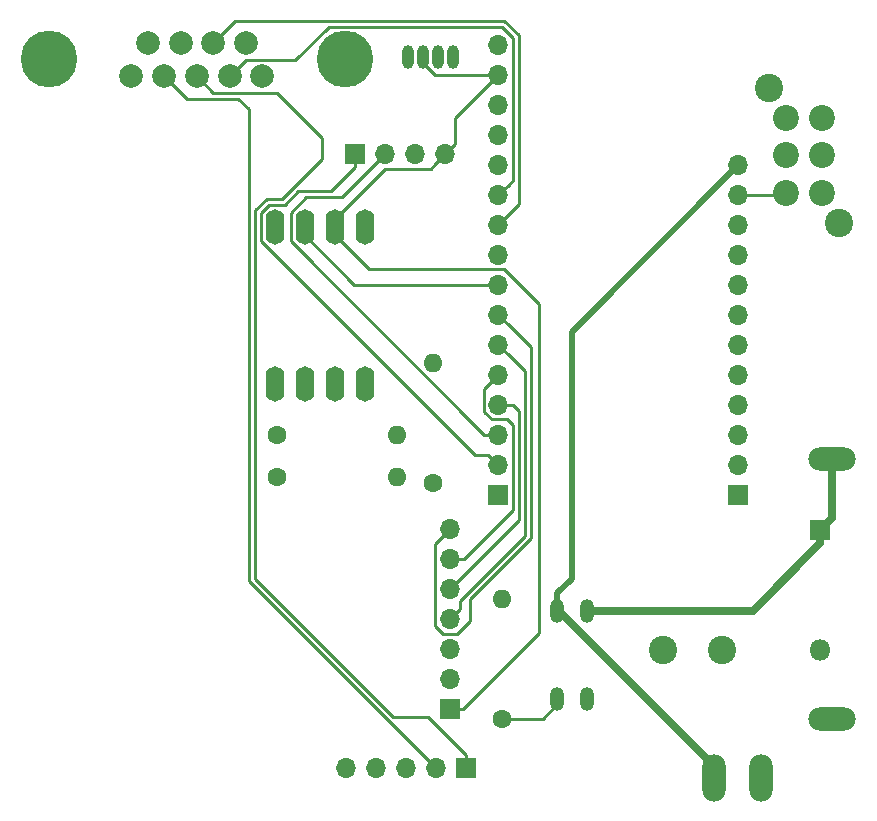
<source format=gbr>
G04 #@! TF.GenerationSoftware,KiCad,Pcbnew,5.1.4-e60b266~84~ubuntu18.04.1*
G04 #@! TF.CreationDate,2019-09-15T14:53:54+02:00*
G04 #@! TF.ProjectId,WaveGlideNG,57617665-476c-4696-9465-4e472e6b6963,rev?*
G04 #@! TF.SameCoordinates,Original*
G04 #@! TF.FileFunction,Copper,L1,Top*
G04 #@! TF.FilePolarity,Positive*
%FSLAX46Y46*%
G04 Gerber Fmt 4.6, Leading zero omitted, Abs format (unit mm)*
G04 Created by KiCad (PCBNEW 5.1.4-e60b266~84~ubuntu18.04.1) date 2019-09-15 14:53:54*
%MOMM*%
%LPD*%
G04 APERTURE LIST*
%ADD10R,1.700000X1.700000*%
%ADD11O,1.700000X1.700000*%
%ADD12C,2.200000*%
%ADD13C,2.400000*%
%ADD14C,2.000000*%
%ADD15C,4.800000*%
%ADD16O,1.000000X2.000000*%
%ADD17O,1.800000X1.800000*%
%ADD18R,1.800000X1.800000*%
%ADD19O,1.600000X1.600000*%
%ADD20C,1.600000*%
%ADD21O,1.200000X2.000000*%
%ADD22O,4.000000X2.000000*%
%ADD23O,1.600000X3.000000*%
%ADD24O,2.000000X4.000000*%
%ADD25C,0.250000*%
%ADD26C,0.700000*%
%ADD27C,0.500000*%
G04 APERTURE END LIST*
D10*
X117735000Y-120043400D03*
D11*
X117735000Y-117503400D03*
X117735000Y-114963400D03*
X117735000Y-112423400D03*
X117735000Y-109883400D03*
X117735000Y-107343400D03*
X117735000Y-104803400D03*
X117735000Y-102263400D03*
X117735000Y-99723400D03*
X117735000Y-97183400D03*
X117735000Y-94643400D03*
X117735000Y-92103400D03*
X117735000Y-89563400D03*
X117735000Y-87023400D03*
X117735000Y-84483400D03*
X117735000Y-81943400D03*
D10*
X138055000Y-120043400D03*
D11*
X138055000Y-117503400D03*
X138055000Y-114963400D03*
X138055000Y-112423400D03*
X138055000Y-109883400D03*
X138055000Y-107343400D03*
X138055000Y-104803400D03*
X138055000Y-102263400D03*
X138055000Y-99723400D03*
X138055000Y-97183400D03*
X138055000Y-94643400D03*
X138055000Y-92103400D03*
D10*
X113600000Y-138200000D03*
D11*
X113600000Y-135660000D03*
X113600000Y-133120000D03*
X113600000Y-130580000D03*
X113600000Y-128040000D03*
X113600000Y-125500000D03*
X113600000Y-122960000D03*
X113220000Y-91200000D03*
X110680000Y-91200000D03*
X108140000Y-91200000D03*
D10*
X105600000Y-91200000D03*
D11*
X104840000Y-143200000D03*
X107380000Y-143200000D03*
X109920000Y-143200000D03*
X112460000Y-143200000D03*
D10*
X115000000Y-143200000D03*
D12*
X142100000Y-94500000D03*
X142100000Y-91300000D03*
X142100000Y-88110000D03*
X145100000Y-94500000D03*
X145100000Y-91300000D03*
X145100000Y-88100000D03*
D13*
X140600000Y-85600000D03*
X146600000Y-97000000D03*
X131700000Y-133200000D03*
X136700000Y-133200000D03*
D14*
X86660000Y-84600000D03*
X89430000Y-84600000D03*
X92200000Y-84600000D03*
X94970000Y-84600000D03*
X97740000Y-84600000D03*
X88050000Y-81760000D03*
X90820000Y-81760000D03*
X93580000Y-81760000D03*
X96350000Y-81760000D03*
D15*
X79700000Y-83180000D03*
X104700000Y-83180000D03*
D16*
X110095000Y-83000000D03*
X111375000Y-83000000D03*
X112635000Y-83000000D03*
X113905000Y-83000000D03*
D17*
X145000000Y-133160000D03*
D18*
X145000000Y-123000000D03*
D19*
X109160000Y-115000000D03*
D20*
X99000000Y-115000000D03*
X99000000Y-118500000D03*
D19*
X109160000Y-118500000D03*
X112200000Y-108840000D03*
D20*
X112200000Y-119000000D03*
D19*
X118000000Y-128840000D03*
D20*
X118000000Y-139000000D03*
D21*
X122730000Y-129840000D03*
X122730000Y-137360000D03*
X125270000Y-129840000D03*
X125270000Y-137360000D03*
D22*
X146000000Y-117000000D03*
X146000000Y-139000000D03*
D23*
X106410000Y-110650000D03*
X106410000Y-97350000D03*
X103870000Y-110650000D03*
X103870000Y-97350000D03*
X101330000Y-110650000D03*
X101330000Y-97350000D03*
X98790000Y-110650000D03*
X98790000Y-97350000D03*
D24*
X136000000Y-144000000D03*
X140000000Y-144000000D03*
D25*
X103552906Y-94347094D02*
X100760028Y-94347094D01*
X105600000Y-92300000D02*
X103552906Y-94347094D01*
X98303295Y-95474990D02*
X97614990Y-96163295D01*
X100760028Y-94347094D02*
X99632131Y-95474989D01*
X97614990Y-96163295D02*
X97614990Y-98536705D01*
X116885001Y-116653401D02*
X117735000Y-117503400D01*
X115731686Y-116653401D02*
X116885001Y-116653401D01*
X105600000Y-91200000D02*
X105600000Y-92300000D01*
X97614990Y-98536705D02*
X115731686Y-116653401D01*
X99632131Y-95474989D02*
X98303295Y-95474990D01*
X116532919Y-114963400D02*
X117735000Y-114963400D01*
X101471183Y-94847102D02*
X100154990Y-96163295D01*
X100154990Y-96163295D02*
X100154990Y-98585471D01*
X104492898Y-94847102D02*
X101471183Y-94847102D01*
X100154990Y-98585471D02*
X116532919Y-114963400D01*
X108140000Y-91200000D02*
X104492898Y-94847102D01*
X113600000Y-128040000D02*
X119460010Y-122179990D01*
X118937081Y-112423400D02*
X117735000Y-112423400D01*
X119460010Y-122179990D02*
X119460010Y-112946329D01*
X119460010Y-112946329D02*
X118937081Y-112423400D01*
X116509999Y-113011401D02*
X116509999Y-111108401D01*
X114802081Y-125500000D02*
X118960001Y-121342080D01*
X113600000Y-125500000D02*
X114802081Y-125500000D01*
X118960001Y-121342080D02*
X118960001Y-114160001D01*
X116885001Y-110733399D02*
X117735000Y-109883400D01*
X118960001Y-114160001D02*
X118448401Y-113648401D01*
X118448401Y-113648401D02*
X117146999Y-113648401D01*
X117146999Y-113648401D02*
X116509999Y-113011401D01*
X116509999Y-111108401D02*
X116885001Y-110733399D01*
X119960021Y-109568421D02*
X118584999Y-108193399D01*
X113600000Y-130580000D02*
X114449999Y-129730001D01*
X114449999Y-129003003D02*
X119960021Y-123492981D01*
X114449999Y-129730001D02*
X114449999Y-129003003D01*
X119960021Y-123492981D02*
X119960021Y-109568421D01*
X118584999Y-108193399D02*
X117735000Y-107343400D01*
X112370001Y-92049999D02*
X113220000Y-91200000D01*
X108094999Y-92425001D02*
X111994999Y-92425001D01*
X103870000Y-96650000D02*
X108094999Y-92425001D01*
X111994999Y-92425001D02*
X112370001Y-92049999D01*
X103870000Y-97350000D02*
X103870000Y-96650000D01*
X116885001Y-85333399D02*
X117735000Y-84483400D01*
X114069999Y-88148401D02*
X116885001Y-85333399D01*
X114069999Y-90350001D02*
X114069999Y-88148401D01*
X113220000Y-91200000D02*
X114069999Y-90350001D01*
X111375000Y-83500000D02*
X111375000Y-83000000D01*
X112358400Y-84483400D02*
X111375000Y-83500000D01*
X117735000Y-84483400D02*
X112358400Y-84483400D01*
X113600000Y-138200000D02*
X114700000Y-138200000D01*
X121200000Y-131700000D02*
X121200000Y-103915398D01*
X121200000Y-103915398D02*
X118233003Y-100948401D01*
X114700000Y-138200000D02*
X121200000Y-131700000D01*
X118233003Y-100948401D02*
X106768401Y-100948401D01*
X103870000Y-98050000D02*
X103870000Y-97350000D01*
X106768401Y-100948401D02*
X103870000Y-98050000D01*
X122840000Y-129840000D02*
X122730000Y-129840000D01*
D26*
X136000000Y-143000000D02*
X122840000Y-129840000D01*
D25*
X136000000Y-144000000D02*
X136000000Y-143000000D01*
D27*
X122730000Y-128340000D02*
X122730000Y-129840000D01*
X123925010Y-106233390D02*
X123925010Y-127144990D01*
X138055000Y-92103400D02*
X123925010Y-106233390D01*
X123925010Y-127144990D02*
X122730000Y-128340000D01*
D25*
X118584999Y-105653399D02*
X117735000Y-104803400D01*
X120460032Y-123700091D02*
X120460032Y-107528432D01*
X113011999Y-131805001D02*
X114188001Y-131805001D01*
X113600000Y-122960000D02*
X112374999Y-124185001D01*
X112374999Y-124185001D02*
X112374999Y-131168001D01*
X112374999Y-131168001D02*
X113011999Y-131805001D01*
X115300000Y-128860124D02*
X120460032Y-123700091D01*
X115300000Y-130693002D02*
X115300000Y-128860124D01*
X114188001Y-131805001D02*
X115300000Y-130693002D01*
X120460032Y-107528432D02*
X118584999Y-105653399D01*
X116532919Y-102263400D02*
X117735000Y-102263400D01*
X105543400Y-102263400D02*
X116532919Y-102263400D01*
X101330000Y-98050000D02*
X105543400Y-102263400D01*
X101330000Y-97350000D02*
X101330000Y-98050000D01*
X118216709Y-79904985D02*
X95435015Y-79904985D01*
X94579999Y-80760001D02*
X93580000Y-81760000D01*
X119460012Y-95458388D02*
X119460012Y-81148288D01*
X95435015Y-79904985D02*
X94579999Y-80760001D01*
X119460012Y-81148288D02*
X118216709Y-79904985D01*
X117735000Y-97183400D02*
X119460012Y-95458388D01*
X118584999Y-93793401D02*
X117735000Y-94643400D01*
X118960001Y-93418399D02*
X118584999Y-93793401D01*
X118960001Y-81355399D02*
X118960001Y-93418399D01*
X118009601Y-80404999D02*
X118960001Y-81355399D01*
X103367999Y-80404999D02*
X118009601Y-80404999D01*
X94970000Y-84600000D02*
X96345001Y-83224999D01*
X100547999Y-83224999D02*
X103367999Y-80404999D01*
X96345001Y-83224999D02*
X100547999Y-83224999D01*
D26*
X146000000Y-122000000D02*
X145000000Y-123000000D01*
X146000000Y-117000000D02*
X146000000Y-122000000D01*
X145000000Y-124150000D02*
X145000000Y-123000000D01*
X139310000Y-129840000D02*
X145000000Y-124150000D01*
X125270000Y-129840000D02*
X139310000Y-129840000D01*
D25*
X122730000Y-137760000D02*
X122730000Y-137360000D01*
X121490000Y-139000000D02*
X122730000Y-137760000D01*
X118000000Y-139000000D02*
X121490000Y-139000000D01*
X112460000Y-143200000D02*
X96614969Y-127354969D01*
X96614969Y-87414969D02*
X95700000Y-86500000D01*
X96614969Y-127354969D02*
X96614969Y-87414969D01*
X91330000Y-86500000D02*
X89430000Y-84600000D01*
X95700000Y-86500000D02*
X91330000Y-86500000D01*
X115000000Y-142100000D02*
X115000000Y-143200000D01*
X97114980Y-95956185D02*
X97114980Y-127147858D01*
X93599990Y-85999990D02*
X98999990Y-85999990D01*
X92200000Y-84600000D02*
X93599990Y-85999990D01*
X98999990Y-85999990D02*
X102800000Y-89800000D01*
X108832123Y-138865001D02*
X111765001Y-138865001D01*
X111765001Y-138865001D02*
X115000000Y-142100000D01*
X99425019Y-94974981D02*
X98096183Y-94974982D01*
X102800000Y-91600000D02*
X99425019Y-94974981D01*
X97114980Y-127147858D02*
X108832123Y-138865001D01*
X98096183Y-94974982D02*
X97114980Y-95956185D01*
X102800000Y-89800000D02*
X102800000Y-91600000D01*
X141956600Y-94643400D02*
X142100000Y-94500000D01*
X138055000Y-94643400D02*
X141956600Y-94643400D01*
M02*

</source>
